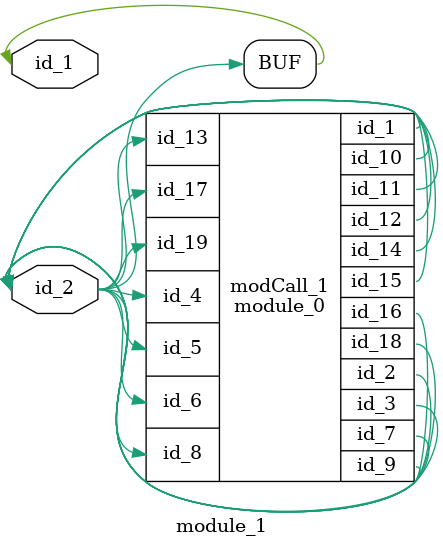
<source format=v>
module module_0 (
    id_1,
    id_2,
    id_3,
    id_4,
    id_5,
    id_6,
    id_7,
    id_8,
    id_9,
    id_10,
    id_11,
    id_12,
    id_13,
    id_14,
    id_15,
    id_16,
    id_17,
    id_18,
    id_19
);
  input wire id_19;
  output wire id_18;
  input wire id_17;
  output wire id_16;
  output wire id_15;
  inout wire id_14;
  input wire id_13;
  inout wire id_12;
  output wire id_11;
  inout wire id_10;
  inout wire id_9;
  input wire id_8;
  inout wire id_7;
  input wire id_6;
  input wire id_5;
  input wire id_4;
  output wire id_3;
  inout wire id_2;
  output wire id_1;
  always @(posedge id_5) begin : LABEL_0
    id_15 = 1;
  end
endmodule
module module_1 (
    id_1,
    id_2
);
  input wire id_2;
  inout wire id_1;
  always @(*) begin : LABEL_0
    id_1 = id_2;
  end
  module_0 modCall_1 (
      id_1,
      id_1,
      id_1,
      id_2,
      id_2,
      id_1,
      id_1,
      id_2,
      id_1,
      id_1,
      id_1,
      id_1,
      id_1,
      id_1,
      id_1,
      id_1,
      id_1,
      id_1,
      id_1
  );
endmodule

</source>
